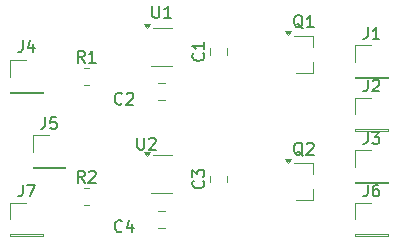
<source format=gto>
%TF.GenerationSoftware,KiCad,Pcbnew,9.0.4+dfsg-1*%
%TF.CreationDate,2025-10-04T19:22:22+02:00*%
%TF.ProjectId,CWSensorKey,43575365-6e73-46f7-924b-65792e6b6963,rev?*%
%TF.SameCoordinates,Original*%
%TF.FileFunction,Legend,Top*%
%TF.FilePolarity,Positive*%
%FSLAX46Y46*%
G04 Gerber Fmt 4.6, Leading zero omitted, Abs format (unit mm)*
G04 Created by KiCad (PCBNEW 9.0.4+dfsg-1) date 2025-10-04 19:22:22*
%MOMM*%
%LPD*%
G01*
G04 APERTURE LIST*
%ADD10C,0.150000*%
%ADD11C,0.120000*%
G04 APERTURE END LIST*
D10*
X157832080Y-89469166D02*
X157879700Y-89516785D01*
X157879700Y-89516785D02*
X157927319Y-89659642D01*
X157927319Y-89659642D02*
X157927319Y-89754880D01*
X157927319Y-89754880D02*
X157879700Y-89897737D01*
X157879700Y-89897737D02*
X157784461Y-89992975D01*
X157784461Y-89992975D02*
X157689223Y-90040594D01*
X157689223Y-90040594D02*
X157498747Y-90088213D01*
X157498747Y-90088213D02*
X157355890Y-90088213D01*
X157355890Y-90088213D02*
X157165414Y-90040594D01*
X157165414Y-90040594D02*
X157070176Y-89992975D01*
X157070176Y-89992975D02*
X156974938Y-89897737D01*
X156974938Y-89897737D02*
X156927319Y-89754880D01*
X156927319Y-89754880D02*
X156927319Y-89659642D01*
X156927319Y-89659642D02*
X156974938Y-89516785D01*
X156974938Y-89516785D02*
X157022557Y-89469166D01*
X157927319Y-88516785D02*
X157927319Y-89088213D01*
X157927319Y-88802499D02*
X156927319Y-88802499D01*
X156927319Y-88802499D02*
X157070176Y-88897737D01*
X157070176Y-88897737D02*
X157165414Y-88992975D01*
X157165414Y-88992975D02*
X157213033Y-89088213D01*
X150963333Y-93704580D02*
X150915714Y-93752200D01*
X150915714Y-93752200D02*
X150772857Y-93799819D01*
X150772857Y-93799819D02*
X150677619Y-93799819D01*
X150677619Y-93799819D02*
X150534762Y-93752200D01*
X150534762Y-93752200D02*
X150439524Y-93656961D01*
X150439524Y-93656961D02*
X150391905Y-93561723D01*
X150391905Y-93561723D02*
X150344286Y-93371247D01*
X150344286Y-93371247D02*
X150344286Y-93228390D01*
X150344286Y-93228390D02*
X150391905Y-93037914D01*
X150391905Y-93037914D02*
X150439524Y-92942676D01*
X150439524Y-92942676D02*
X150534762Y-92847438D01*
X150534762Y-92847438D02*
X150677619Y-92799819D01*
X150677619Y-92799819D02*
X150772857Y-92799819D01*
X150772857Y-92799819D02*
X150915714Y-92847438D01*
X150915714Y-92847438D02*
X150963333Y-92895057D01*
X151344286Y-92895057D02*
X151391905Y-92847438D01*
X151391905Y-92847438D02*
X151487143Y-92799819D01*
X151487143Y-92799819D02*
X151725238Y-92799819D01*
X151725238Y-92799819D02*
X151820476Y-92847438D01*
X151820476Y-92847438D02*
X151868095Y-92895057D01*
X151868095Y-92895057D02*
X151915714Y-92990295D01*
X151915714Y-92990295D02*
X151915714Y-93085533D01*
X151915714Y-93085533D02*
X151868095Y-93228390D01*
X151868095Y-93228390D02*
X151296667Y-93799819D01*
X151296667Y-93799819D02*
X151915714Y-93799819D01*
X157832080Y-100264166D02*
X157879700Y-100311785D01*
X157879700Y-100311785D02*
X157927319Y-100454642D01*
X157927319Y-100454642D02*
X157927319Y-100549880D01*
X157927319Y-100549880D02*
X157879700Y-100692737D01*
X157879700Y-100692737D02*
X157784461Y-100787975D01*
X157784461Y-100787975D02*
X157689223Y-100835594D01*
X157689223Y-100835594D02*
X157498747Y-100883213D01*
X157498747Y-100883213D02*
X157355890Y-100883213D01*
X157355890Y-100883213D02*
X157165414Y-100835594D01*
X157165414Y-100835594D02*
X157070176Y-100787975D01*
X157070176Y-100787975D02*
X156974938Y-100692737D01*
X156974938Y-100692737D02*
X156927319Y-100549880D01*
X156927319Y-100549880D02*
X156927319Y-100454642D01*
X156927319Y-100454642D02*
X156974938Y-100311785D01*
X156974938Y-100311785D02*
X157022557Y-100264166D01*
X156927319Y-99930832D02*
X156927319Y-99311785D01*
X156927319Y-99311785D02*
X157308271Y-99645118D01*
X157308271Y-99645118D02*
X157308271Y-99502261D01*
X157308271Y-99502261D02*
X157355890Y-99407023D01*
X157355890Y-99407023D02*
X157403509Y-99359404D01*
X157403509Y-99359404D02*
X157498747Y-99311785D01*
X157498747Y-99311785D02*
X157736842Y-99311785D01*
X157736842Y-99311785D02*
X157832080Y-99359404D01*
X157832080Y-99359404D02*
X157879700Y-99407023D01*
X157879700Y-99407023D02*
X157927319Y-99502261D01*
X157927319Y-99502261D02*
X157927319Y-99787975D01*
X157927319Y-99787975D02*
X157879700Y-99883213D01*
X157879700Y-99883213D02*
X157832080Y-99930832D01*
X150963333Y-104499580D02*
X150915714Y-104547200D01*
X150915714Y-104547200D02*
X150772857Y-104594819D01*
X150772857Y-104594819D02*
X150677619Y-104594819D01*
X150677619Y-104594819D02*
X150534762Y-104547200D01*
X150534762Y-104547200D02*
X150439524Y-104451961D01*
X150439524Y-104451961D02*
X150391905Y-104356723D01*
X150391905Y-104356723D02*
X150344286Y-104166247D01*
X150344286Y-104166247D02*
X150344286Y-104023390D01*
X150344286Y-104023390D02*
X150391905Y-103832914D01*
X150391905Y-103832914D02*
X150439524Y-103737676D01*
X150439524Y-103737676D02*
X150534762Y-103642438D01*
X150534762Y-103642438D02*
X150677619Y-103594819D01*
X150677619Y-103594819D02*
X150772857Y-103594819D01*
X150772857Y-103594819D02*
X150915714Y-103642438D01*
X150915714Y-103642438D02*
X150963333Y-103690057D01*
X151820476Y-103928152D02*
X151820476Y-104594819D01*
X151582381Y-103547200D02*
X151344286Y-104261485D01*
X151344286Y-104261485D02*
X151963333Y-104261485D01*
X153543095Y-85454819D02*
X153543095Y-86264342D01*
X153543095Y-86264342D02*
X153590714Y-86359580D01*
X153590714Y-86359580D02*
X153638333Y-86407200D01*
X153638333Y-86407200D02*
X153733571Y-86454819D01*
X153733571Y-86454819D02*
X153924047Y-86454819D01*
X153924047Y-86454819D02*
X154019285Y-86407200D01*
X154019285Y-86407200D02*
X154066904Y-86359580D01*
X154066904Y-86359580D02*
X154114523Y-86264342D01*
X154114523Y-86264342D02*
X154114523Y-85454819D01*
X155114523Y-86454819D02*
X154543095Y-86454819D01*
X154828809Y-86454819D02*
X154828809Y-85454819D01*
X154828809Y-85454819D02*
X154733571Y-85597676D01*
X154733571Y-85597676D02*
X154638333Y-85692914D01*
X154638333Y-85692914D02*
X154543095Y-85740533D01*
X152273095Y-96609819D02*
X152273095Y-97419342D01*
X152273095Y-97419342D02*
X152320714Y-97514580D01*
X152320714Y-97514580D02*
X152368333Y-97562200D01*
X152368333Y-97562200D02*
X152463571Y-97609819D01*
X152463571Y-97609819D02*
X152654047Y-97609819D01*
X152654047Y-97609819D02*
X152749285Y-97562200D01*
X152749285Y-97562200D02*
X152796904Y-97514580D01*
X152796904Y-97514580D02*
X152844523Y-97419342D01*
X152844523Y-97419342D02*
X152844523Y-96609819D01*
X153273095Y-96705057D02*
X153320714Y-96657438D01*
X153320714Y-96657438D02*
X153415952Y-96609819D01*
X153415952Y-96609819D02*
X153654047Y-96609819D01*
X153654047Y-96609819D02*
X153749285Y-96657438D01*
X153749285Y-96657438D02*
X153796904Y-96705057D01*
X153796904Y-96705057D02*
X153844523Y-96800295D01*
X153844523Y-96800295D02*
X153844523Y-96895533D01*
X153844523Y-96895533D02*
X153796904Y-97038390D01*
X153796904Y-97038390D02*
X153225476Y-97609819D01*
X153225476Y-97609819D02*
X153844523Y-97609819D01*
X166274761Y-87335057D02*
X166179523Y-87287438D01*
X166179523Y-87287438D02*
X166084285Y-87192200D01*
X166084285Y-87192200D02*
X165941428Y-87049342D01*
X165941428Y-87049342D02*
X165846190Y-87001723D01*
X165846190Y-87001723D02*
X165750952Y-87001723D01*
X165798571Y-87239819D02*
X165703333Y-87192200D01*
X165703333Y-87192200D02*
X165608095Y-87096961D01*
X165608095Y-87096961D02*
X165560476Y-86906485D01*
X165560476Y-86906485D02*
X165560476Y-86573152D01*
X165560476Y-86573152D02*
X165608095Y-86382676D01*
X165608095Y-86382676D02*
X165703333Y-86287438D01*
X165703333Y-86287438D02*
X165798571Y-86239819D01*
X165798571Y-86239819D02*
X165989047Y-86239819D01*
X165989047Y-86239819D02*
X166084285Y-86287438D01*
X166084285Y-86287438D02*
X166179523Y-86382676D01*
X166179523Y-86382676D02*
X166227142Y-86573152D01*
X166227142Y-86573152D02*
X166227142Y-86906485D01*
X166227142Y-86906485D02*
X166179523Y-87096961D01*
X166179523Y-87096961D02*
X166084285Y-87192200D01*
X166084285Y-87192200D02*
X165989047Y-87239819D01*
X165989047Y-87239819D02*
X165798571Y-87239819D01*
X167179523Y-87239819D02*
X166608095Y-87239819D01*
X166893809Y-87239819D02*
X166893809Y-86239819D01*
X166893809Y-86239819D02*
X166798571Y-86382676D01*
X166798571Y-86382676D02*
X166703333Y-86477914D01*
X166703333Y-86477914D02*
X166608095Y-86525533D01*
X147788333Y-90244819D02*
X147455000Y-89768628D01*
X147216905Y-90244819D02*
X147216905Y-89244819D01*
X147216905Y-89244819D02*
X147597857Y-89244819D01*
X147597857Y-89244819D02*
X147693095Y-89292438D01*
X147693095Y-89292438D02*
X147740714Y-89340057D01*
X147740714Y-89340057D02*
X147788333Y-89435295D01*
X147788333Y-89435295D02*
X147788333Y-89578152D01*
X147788333Y-89578152D02*
X147740714Y-89673390D01*
X147740714Y-89673390D02*
X147693095Y-89721009D01*
X147693095Y-89721009D02*
X147597857Y-89768628D01*
X147597857Y-89768628D02*
X147216905Y-89768628D01*
X148740714Y-90244819D02*
X148169286Y-90244819D01*
X148455000Y-90244819D02*
X148455000Y-89244819D01*
X148455000Y-89244819D02*
X148359762Y-89387676D01*
X148359762Y-89387676D02*
X148264524Y-89482914D01*
X148264524Y-89482914D02*
X148169286Y-89530533D01*
X147788333Y-100404819D02*
X147455000Y-99928628D01*
X147216905Y-100404819D02*
X147216905Y-99404819D01*
X147216905Y-99404819D02*
X147597857Y-99404819D01*
X147597857Y-99404819D02*
X147693095Y-99452438D01*
X147693095Y-99452438D02*
X147740714Y-99500057D01*
X147740714Y-99500057D02*
X147788333Y-99595295D01*
X147788333Y-99595295D02*
X147788333Y-99738152D01*
X147788333Y-99738152D02*
X147740714Y-99833390D01*
X147740714Y-99833390D02*
X147693095Y-99881009D01*
X147693095Y-99881009D02*
X147597857Y-99928628D01*
X147597857Y-99928628D02*
X147216905Y-99928628D01*
X148169286Y-99500057D02*
X148216905Y-99452438D01*
X148216905Y-99452438D02*
X148312143Y-99404819D01*
X148312143Y-99404819D02*
X148550238Y-99404819D01*
X148550238Y-99404819D02*
X148645476Y-99452438D01*
X148645476Y-99452438D02*
X148693095Y-99500057D01*
X148693095Y-99500057D02*
X148740714Y-99595295D01*
X148740714Y-99595295D02*
X148740714Y-99690533D01*
X148740714Y-99690533D02*
X148693095Y-99833390D01*
X148693095Y-99833390D02*
X148121667Y-100404819D01*
X148121667Y-100404819D02*
X148740714Y-100404819D01*
X142541666Y-88354819D02*
X142541666Y-89069104D01*
X142541666Y-89069104D02*
X142494047Y-89211961D01*
X142494047Y-89211961D02*
X142398809Y-89307200D01*
X142398809Y-89307200D02*
X142255952Y-89354819D01*
X142255952Y-89354819D02*
X142160714Y-89354819D01*
X143446428Y-88688152D02*
X143446428Y-89354819D01*
X143208333Y-88307200D02*
X142970238Y-89021485D01*
X142970238Y-89021485D02*
X143589285Y-89021485D01*
X171751666Y-91689819D02*
X171751666Y-92404104D01*
X171751666Y-92404104D02*
X171704047Y-92546961D01*
X171704047Y-92546961D02*
X171608809Y-92642200D01*
X171608809Y-92642200D02*
X171465952Y-92689819D01*
X171465952Y-92689819D02*
X171370714Y-92689819D01*
X172180238Y-91785057D02*
X172227857Y-91737438D01*
X172227857Y-91737438D02*
X172323095Y-91689819D01*
X172323095Y-91689819D02*
X172561190Y-91689819D01*
X172561190Y-91689819D02*
X172656428Y-91737438D01*
X172656428Y-91737438D02*
X172704047Y-91785057D01*
X172704047Y-91785057D02*
X172751666Y-91880295D01*
X172751666Y-91880295D02*
X172751666Y-91975533D01*
X172751666Y-91975533D02*
X172704047Y-92118390D01*
X172704047Y-92118390D02*
X172132619Y-92689819D01*
X172132619Y-92689819D02*
X172751666Y-92689819D01*
X171751666Y-96134819D02*
X171751666Y-96849104D01*
X171751666Y-96849104D02*
X171704047Y-96991961D01*
X171704047Y-96991961D02*
X171608809Y-97087200D01*
X171608809Y-97087200D02*
X171465952Y-97134819D01*
X171465952Y-97134819D02*
X171370714Y-97134819D01*
X172132619Y-96134819D02*
X172751666Y-96134819D01*
X172751666Y-96134819D02*
X172418333Y-96515771D01*
X172418333Y-96515771D02*
X172561190Y-96515771D01*
X172561190Y-96515771D02*
X172656428Y-96563390D01*
X172656428Y-96563390D02*
X172704047Y-96611009D01*
X172704047Y-96611009D02*
X172751666Y-96706247D01*
X172751666Y-96706247D02*
X172751666Y-96944342D01*
X172751666Y-96944342D02*
X172704047Y-97039580D01*
X172704047Y-97039580D02*
X172656428Y-97087200D01*
X172656428Y-97087200D02*
X172561190Y-97134819D01*
X172561190Y-97134819D02*
X172275476Y-97134819D01*
X172275476Y-97134819D02*
X172180238Y-97087200D01*
X172180238Y-97087200D02*
X172132619Y-97039580D01*
X166274761Y-98130057D02*
X166179523Y-98082438D01*
X166179523Y-98082438D02*
X166084285Y-97987200D01*
X166084285Y-97987200D02*
X165941428Y-97844342D01*
X165941428Y-97844342D02*
X165846190Y-97796723D01*
X165846190Y-97796723D02*
X165750952Y-97796723D01*
X165798571Y-98034819D02*
X165703333Y-97987200D01*
X165703333Y-97987200D02*
X165608095Y-97891961D01*
X165608095Y-97891961D02*
X165560476Y-97701485D01*
X165560476Y-97701485D02*
X165560476Y-97368152D01*
X165560476Y-97368152D02*
X165608095Y-97177676D01*
X165608095Y-97177676D02*
X165703333Y-97082438D01*
X165703333Y-97082438D02*
X165798571Y-97034819D01*
X165798571Y-97034819D02*
X165989047Y-97034819D01*
X165989047Y-97034819D02*
X166084285Y-97082438D01*
X166084285Y-97082438D02*
X166179523Y-97177676D01*
X166179523Y-97177676D02*
X166227142Y-97368152D01*
X166227142Y-97368152D02*
X166227142Y-97701485D01*
X166227142Y-97701485D02*
X166179523Y-97891961D01*
X166179523Y-97891961D02*
X166084285Y-97987200D01*
X166084285Y-97987200D02*
X165989047Y-98034819D01*
X165989047Y-98034819D02*
X165798571Y-98034819D01*
X166608095Y-97130057D02*
X166655714Y-97082438D01*
X166655714Y-97082438D02*
X166750952Y-97034819D01*
X166750952Y-97034819D02*
X166989047Y-97034819D01*
X166989047Y-97034819D02*
X167084285Y-97082438D01*
X167084285Y-97082438D02*
X167131904Y-97130057D01*
X167131904Y-97130057D02*
X167179523Y-97225295D01*
X167179523Y-97225295D02*
X167179523Y-97320533D01*
X167179523Y-97320533D02*
X167131904Y-97463390D01*
X167131904Y-97463390D02*
X166560476Y-98034819D01*
X166560476Y-98034819D02*
X167179523Y-98034819D01*
X142541666Y-100579819D02*
X142541666Y-101294104D01*
X142541666Y-101294104D02*
X142494047Y-101436961D01*
X142494047Y-101436961D02*
X142398809Y-101532200D01*
X142398809Y-101532200D02*
X142255952Y-101579819D01*
X142255952Y-101579819D02*
X142160714Y-101579819D01*
X142922619Y-100579819D02*
X143589285Y-100579819D01*
X143589285Y-100579819D02*
X143160714Y-101579819D01*
X171751666Y-100579819D02*
X171751666Y-101294104D01*
X171751666Y-101294104D02*
X171704047Y-101436961D01*
X171704047Y-101436961D02*
X171608809Y-101532200D01*
X171608809Y-101532200D02*
X171465952Y-101579819D01*
X171465952Y-101579819D02*
X171370714Y-101579819D01*
X172656428Y-100579819D02*
X172465952Y-100579819D01*
X172465952Y-100579819D02*
X172370714Y-100627438D01*
X172370714Y-100627438D02*
X172323095Y-100675057D01*
X172323095Y-100675057D02*
X172227857Y-100817914D01*
X172227857Y-100817914D02*
X172180238Y-101008390D01*
X172180238Y-101008390D02*
X172180238Y-101389342D01*
X172180238Y-101389342D02*
X172227857Y-101484580D01*
X172227857Y-101484580D02*
X172275476Y-101532200D01*
X172275476Y-101532200D02*
X172370714Y-101579819D01*
X172370714Y-101579819D02*
X172561190Y-101579819D01*
X172561190Y-101579819D02*
X172656428Y-101532200D01*
X172656428Y-101532200D02*
X172704047Y-101484580D01*
X172704047Y-101484580D02*
X172751666Y-101389342D01*
X172751666Y-101389342D02*
X172751666Y-101151247D01*
X172751666Y-101151247D02*
X172704047Y-101056009D01*
X172704047Y-101056009D02*
X172656428Y-101008390D01*
X172656428Y-101008390D02*
X172561190Y-100960771D01*
X172561190Y-100960771D02*
X172370714Y-100960771D01*
X172370714Y-100960771D02*
X172275476Y-101008390D01*
X172275476Y-101008390D02*
X172227857Y-101056009D01*
X172227857Y-101056009D02*
X172180238Y-101151247D01*
X171751666Y-87244819D02*
X171751666Y-87959104D01*
X171751666Y-87959104D02*
X171704047Y-88101961D01*
X171704047Y-88101961D02*
X171608809Y-88197200D01*
X171608809Y-88197200D02*
X171465952Y-88244819D01*
X171465952Y-88244819D02*
X171370714Y-88244819D01*
X172751666Y-88244819D02*
X172180238Y-88244819D01*
X172465952Y-88244819D02*
X172465952Y-87244819D01*
X172465952Y-87244819D02*
X172370714Y-87387676D01*
X172370714Y-87387676D02*
X172275476Y-87482914D01*
X172275476Y-87482914D02*
X172180238Y-87530533D01*
X144446666Y-94864819D02*
X144446666Y-95579104D01*
X144446666Y-95579104D02*
X144399047Y-95721961D01*
X144399047Y-95721961D02*
X144303809Y-95817200D01*
X144303809Y-95817200D02*
X144160952Y-95864819D01*
X144160952Y-95864819D02*
X144065714Y-95864819D01*
X145399047Y-94864819D02*
X144922857Y-94864819D01*
X144922857Y-94864819D02*
X144875238Y-95341009D01*
X144875238Y-95341009D02*
X144922857Y-95293390D01*
X144922857Y-95293390D02*
X145018095Y-95245771D01*
X145018095Y-95245771D02*
X145256190Y-95245771D01*
X145256190Y-95245771D02*
X145351428Y-95293390D01*
X145351428Y-95293390D02*
X145399047Y-95341009D01*
X145399047Y-95341009D02*
X145446666Y-95436247D01*
X145446666Y-95436247D02*
X145446666Y-95674342D01*
X145446666Y-95674342D02*
X145399047Y-95769580D01*
X145399047Y-95769580D02*
X145351428Y-95817200D01*
X145351428Y-95817200D02*
X145256190Y-95864819D01*
X145256190Y-95864819D02*
X145018095Y-95864819D01*
X145018095Y-95864819D02*
X144922857Y-95817200D01*
X144922857Y-95817200D02*
X144875238Y-95769580D01*
D11*
%TO.C,C1*%
X158417500Y-89563752D02*
X158417500Y-89041248D01*
X159887500Y-89563752D02*
X159887500Y-89041248D01*
%TO.C,C2*%
X154043748Y-91975000D02*
X154566252Y-91975000D01*
X154043748Y-93445000D02*
X154566252Y-93445000D01*
%TO.C,C3*%
X158417500Y-100358752D02*
X158417500Y-99836248D01*
X159887500Y-100358752D02*
X159887500Y-99836248D01*
%TO.C,C4*%
X154043748Y-102770000D02*
X154566252Y-102770000D01*
X154043748Y-104240000D02*
X154566252Y-104240000D01*
%TO.C,U1*%
X153405000Y-90510000D02*
X155205000Y-90510000D01*
X154405000Y-87290000D02*
X153605000Y-87290000D01*
X154405000Y-87290000D02*
X155205000Y-87290000D01*
X153105000Y-87340000D02*
X152865000Y-87010000D01*
X153345000Y-87010000D01*
X153105000Y-87340000D01*
G36*
X153105000Y-87340000D02*
G01*
X152865000Y-87010000D01*
X153345000Y-87010000D01*
X153105000Y-87340000D01*
G37*
%TO.C,U2*%
X153405000Y-101305000D02*
X155205000Y-101305000D01*
X154405000Y-98085000D02*
X153605000Y-98085000D01*
X154405000Y-98085000D02*
X155205000Y-98085000D01*
X153105000Y-98135000D02*
X152865000Y-97805000D01*
X153345000Y-97805000D01*
X153105000Y-98135000D01*
G36*
X153105000Y-98135000D02*
G01*
X152865000Y-97805000D01*
X153345000Y-97805000D01*
X153105000Y-98135000D01*
G37*
%TO.C,Q1*%
X166330000Y-87955000D02*
X165530000Y-87955000D01*
X166330000Y-87955000D02*
X167130000Y-87955000D01*
X167130000Y-87955000D02*
X167130000Y-88885000D01*
X167130000Y-91115000D02*
X165670000Y-91115000D01*
X167130000Y-91115000D02*
X167130000Y-90185000D01*
X165030000Y-87925000D02*
X164790000Y-87595000D01*
X165270000Y-87595000D01*
X165030000Y-87925000D01*
G36*
X165030000Y-87925000D02*
G01*
X164790000Y-87595000D01*
X165270000Y-87595000D01*
X165030000Y-87925000D01*
G37*
%TO.C,R1*%
X147727936Y-90705000D02*
X148182064Y-90705000D01*
X147727936Y-92175000D02*
X148182064Y-92175000D01*
%TO.C,R2*%
X147727936Y-100865000D02*
X148182064Y-100865000D01*
X147727936Y-102335000D02*
X148182064Y-102335000D01*
%TO.C,J4*%
X141495000Y-90060000D02*
X142875000Y-90060000D01*
X141495000Y-91440000D02*
X141495000Y-90060000D01*
X141495000Y-92710000D02*
X141495000Y-92820000D01*
X141495000Y-92710000D02*
X144255000Y-92710000D01*
X141495000Y-92820000D02*
X144255000Y-92820000D01*
X144255000Y-92710000D02*
X144255000Y-92820000D01*
%TO.C,J2*%
X170705000Y-93235000D02*
X172085000Y-93235000D01*
X170705000Y-94615000D02*
X170705000Y-93235000D01*
X170705000Y-95885000D02*
X170705000Y-95995000D01*
X170705000Y-95885000D02*
X173465000Y-95885000D01*
X170705000Y-95995000D02*
X173465000Y-95995000D01*
X173465000Y-95885000D02*
X173465000Y-95995000D01*
%TO.C,J3*%
X170705000Y-97680000D02*
X172085000Y-97680000D01*
X170705000Y-99060000D02*
X170705000Y-97680000D01*
X170705000Y-100330000D02*
X170705000Y-100440000D01*
X170705000Y-100330000D02*
X173465000Y-100330000D01*
X170705000Y-100440000D02*
X173465000Y-100440000D01*
X173465000Y-100330000D02*
X173465000Y-100440000D01*
%TO.C,Q2*%
X166330000Y-98750000D02*
X165530000Y-98750000D01*
X166330000Y-98750000D02*
X167130000Y-98750000D01*
X167130000Y-98750000D02*
X167130000Y-99680000D01*
X167130000Y-101910000D02*
X165670000Y-101910000D01*
X167130000Y-101910000D02*
X167130000Y-100980000D01*
X165030000Y-98720000D02*
X164790000Y-98390000D01*
X165270000Y-98390000D01*
X165030000Y-98720000D01*
G36*
X165030000Y-98720000D02*
G01*
X164790000Y-98390000D01*
X165270000Y-98390000D01*
X165030000Y-98720000D01*
G37*
%TO.C,J7*%
X141495000Y-102125000D02*
X142875000Y-102125000D01*
X141495000Y-103505000D02*
X141495000Y-102125000D01*
X141495000Y-104775000D02*
X141495000Y-104885000D01*
X141495000Y-104775000D02*
X144255000Y-104775000D01*
X141495000Y-104885000D02*
X144255000Y-104885000D01*
X144255000Y-104775000D02*
X144255000Y-104885000D01*
%TO.C,J6*%
X170705000Y-102125000D02*
X172085000Y-102125000D01*
X170705000Y-103505000D02*
X170705000Y-102125000D01*
X170705000Y-104775000D02*
X170705000Y-104885000D01*
X170705000Y-104775000D02*
X173465000Y-104775000D01*
X170705000Y-104885000D02*
X173465000Y-104885000D01*
X173465000Y-104775000D02*
X173465000Y-104885000D01*
%TO.C,J1*%
X170705000Y-88790000D02*
X172085000Y-88790000D01*
X170705000Y-90170000D02*
X170705000Y-88790000D01*
X170705000Y-91440000D02*
X170705000Y-91550000D01*
X170705000Y-91440000D02*
X173465000Y-91440000D01*
X170705000Y-91550000D02*
X173465000Y-91550000D01*
X173465000Y-91440000D02*
X173465000Y-91550000D01*
%TO.C,J5*%
X143400000Y-96410000D02*
X144780000Y-96410000D01*
X143400000Y-97790000D02*
X143400000Y-96410000D01*
X143400000Y-99060000D02*
X143400000Y-99170000D01*
X143400000Y-99060000D02*
X146160000Y-99060000D01*
X143400000Y-99170000D02*
X146160000Y-99170000D01*
X146160000Y-99060000D02*
X146160000Y-99170000D01*
%TD*%
M02*

</source>
